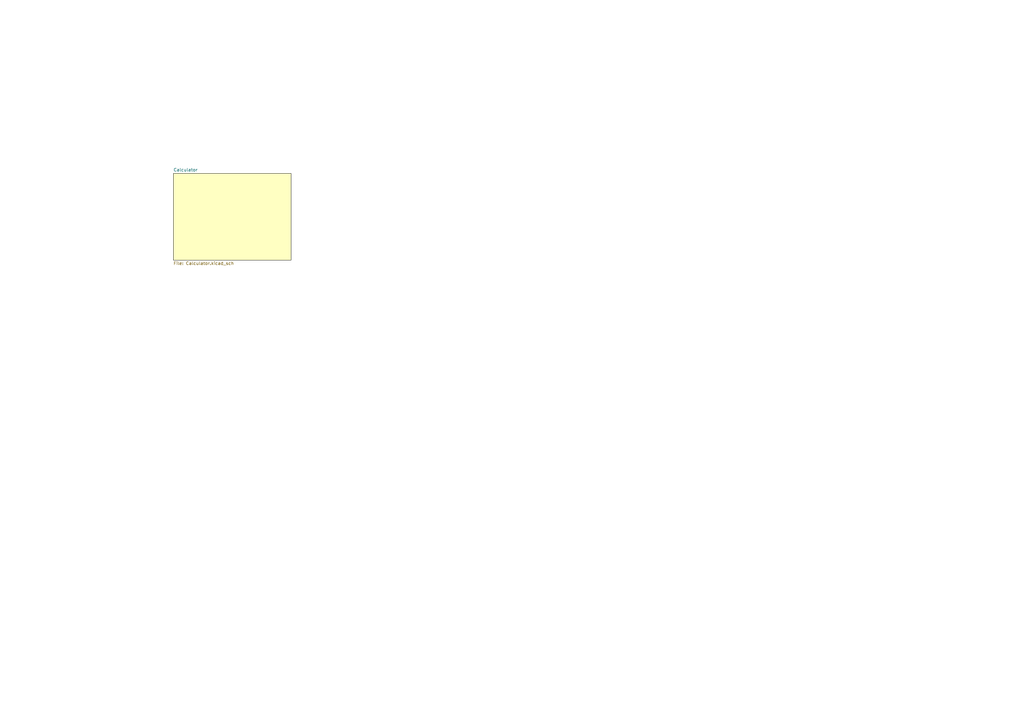
<source format=kicad_sch>
(kicad_sch (version 20230819) (generator eeschema)
  (paper "A3")
  (lib_symbols)
  (sheet (at 71.12 71.12) (size 48.26 35.56) (stroke (width 0.1524) (color 0 0 0 1)) (fill (color 255 255 194 1.0000))
    (property "Sheetname" "Calculator" (at 71.12 70.4084 0) (effects (justify left bottom)))
    (property "Sheetfile" "Calculator.kicad_sch" (at 71.12 107.2646 0) (effects (justify left top)))
  )
)
</source>
